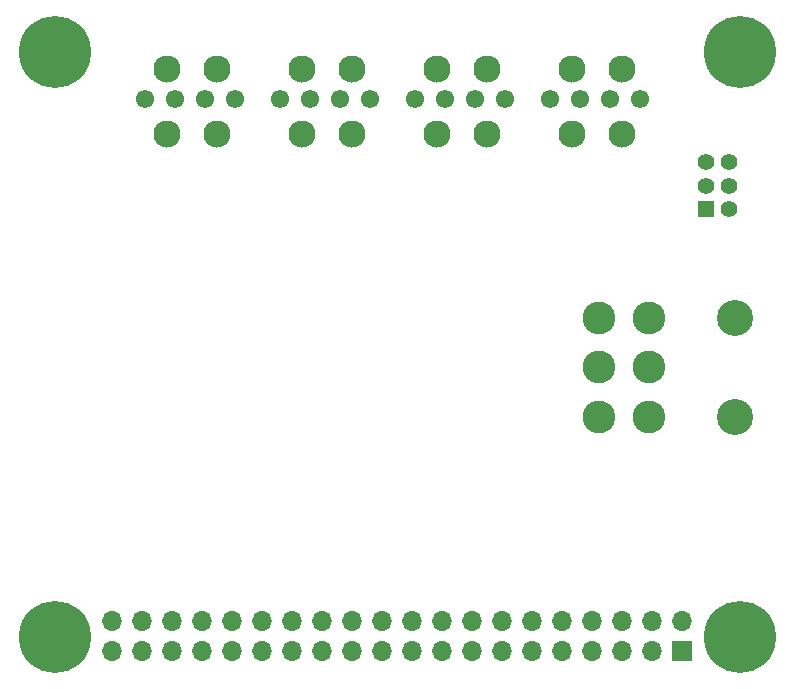
<source format=gbr>
%TF.GenerationSoftware,KiCad,Pcbnew,8.0.1*%
%TF.CreationDate,2024-04-04T15:13:07-04:00*%
%TF.ProjectId,AntHat,416e7448-6174-42e6-9b69-6361645f7063,rev?*%
%TF.SameCoordinates,Original*%
%TF.FileFunction,Soldermask,Bot*%
%TF.FilePolarity,Negative*%
%FSLAX46Y46*%
G04 Gerber Fmt 4.6, Leading zero omitted, Abs format (unit mm)*
G04 Created by KiCad (PCBNEW 8.0.1) date 2024-04-04 15:13:07*
%MOMM*%
%LPD*%
G01*
G04 APERTURE LIST*
%ADD10C,2.300000*%
%ADD11C,6.100000*%
%ADD12C,1.549400*%
%ADD13R,1.400000X1.400000*%
%ADD14C,1.400000*%
%ADD15C,3.050000*%
%ADD16C,2.775000*%
%ADD17R,1.700000X1.700000*%
%ADD18O,1.700000X1.700000*%
G04 APERTURE END LIST*
D10*
%TO.C,J8*%
X158640000Y-74240000D03*
X158640000Y-79740000D03*
X154440000Y-79740000D03*
X154440000Y-74240000D03*
%TD*%
%TO.C,J9*%
X147210000Y-74240000D03*
X147210000Y-79740000D03*
X143010000Y-79740000D03*
X143010000Y-74240000D03*
%TD*%
%TO.C,J10*%
X135780000Y-74240000D03*
X135780000Y-79740000D03*
X131580000Y-79740000D03*
X131580000Y-74240000D03*
%TD*%
%TO.C,J11*%
X124350000Y-74240000D03*
X124350000Y-79740000D03*
X120150000Y-79740000D03*
X120150000Y-74240000D03*
%TD*%
D11*
%TO.C,H1*%
X168641320Y-122311320D03*
%TD*%
D12*
%TO.C,J5*%
X148716667Y-76830000D03*
X146176667Y-76830000D03*
X143636667Y-76830000D03*
X141096667Y-76830000D03*
%TD*%
D13*
%TO.C,J3*%
X165740000Y-86130000D03*
D14*
X165740000Y-84130000D03*
X165740000Y-82130000D03*
X167740000Y-86130000D03*
X167740000Y-84130000D03*
X167740000Y-82130000D03*
%TD*%
D11*
%TO.C,H4*%
X110641320Y-72811320D03*
%TD*%
D15*
%TO.C,J2*%
X168210000Y-95330000D03*
X168210000Y-103730000D03*
D16*
X160910000Y-95330000D03*
X160910000Y-99530000D03*
X160910000Y-103730000D03*
X156710000Y-95330000D03*
X156710000Y-99530000D03*
X156710000Y-103730000D03*
%TD*%
D12*
%TO.C,J4*%
X160150000Y-76830000D03*
X157610000Y-76830000D03*
X155070000Y-76830000D03*
X152530000Y-76830000D03*
%TD*%
%TO.C,J6*%
X137283334Y-76830000D03*
X134743334Y-76830000D03*
X132203334Y-76830000D03*
X129663334Y-76830000D03*
%TD*%
D11*
%TO.C,H2*%
X110641320Y-122311320D03*
%TD*%
%TO.C,H3*%
X168641320Y-72811320D03*
%TD*%
D12*
%TO.C,J7*%
X125850000Y-76830000D03*
X123310000Y-76830000D03*
X120770000Y-76830000D03*
X118230000Y-76830000D03*
%TD*%
D17*
%TO.C,J1*%
X163741320Y-123511320D03*
D18*
X163741320Y-120971320D03*
X161201320Y-123511320D03*
X161201320Y-120971320D03*
X158661320Y-123511320D03*
X158661320Y-120971320D03*
X156121320Y-123511320D03*
X156121320Y-120971320D03*
X153581320Y-123511320D03*
X153581320Y-120971320D03*
X151041320Y-123511320D03*
X151041320Y-120971320D03*
X148501320Y-123511320D03*
X148501320Y-120971320D03*
X145961320Y-123511320D03*
X145961320Y-120971320D03*
X143421320Y-123511320D03*
X143421320Y-120971320D03*
X140881320Y-123511320D03*
X140881320Y-120971320D03*
X138341320Y-123511320D03*
X138341320Y-120971320D03*
X135801320Y-123511320D03*
X135801320Y-120971320D03*
X133261320Y-123511320D03*
X133261320Y-120971320D03*
X130721320Y-123511320D03*
X130721320Y-120971320D03*
X128181320Y-123511320D03*
X128181320Y-120971320D03*
X125641320Y-123511320D03*
X125641320Y-120971320D03*
X123101320Y-123511320D03*
X123101320Y-120971320D03*
X120561320Y-123511320D03*
X120561320Y-120971320D03*
X118021320Y-123511320D03*
X118021320Y-120971320D03*
X115481320Y-123511320D03*
X115481320Y-120971320D03*
%TD*%
M02*

</source>
